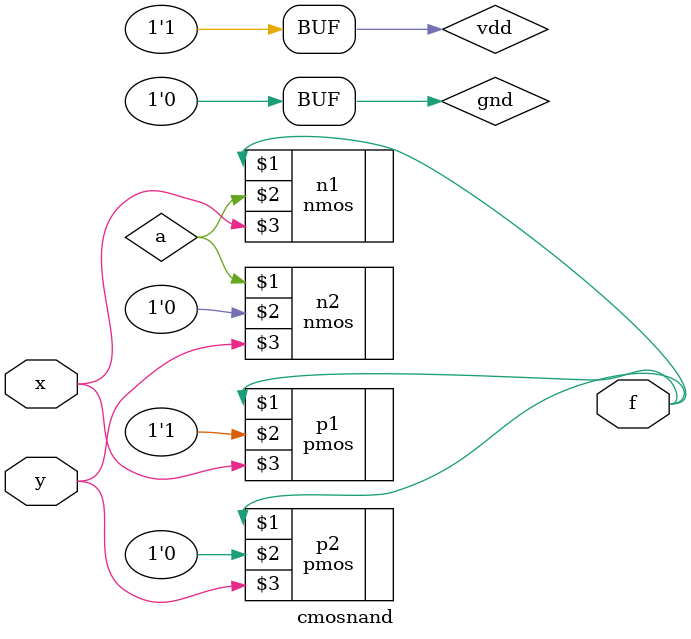
<source format=v>
module cmosnand(x,y,f);

	input x,y;
	output f;
	supply1 vdd;
	supply0 gnd;
	wire a;

	pmos p1(f,vdd,x);
	pmos p2(f,gnd,y);
	nmos n1(f,a,x);
	nmos n2(a,gnd,y);

endmodule
</source>
